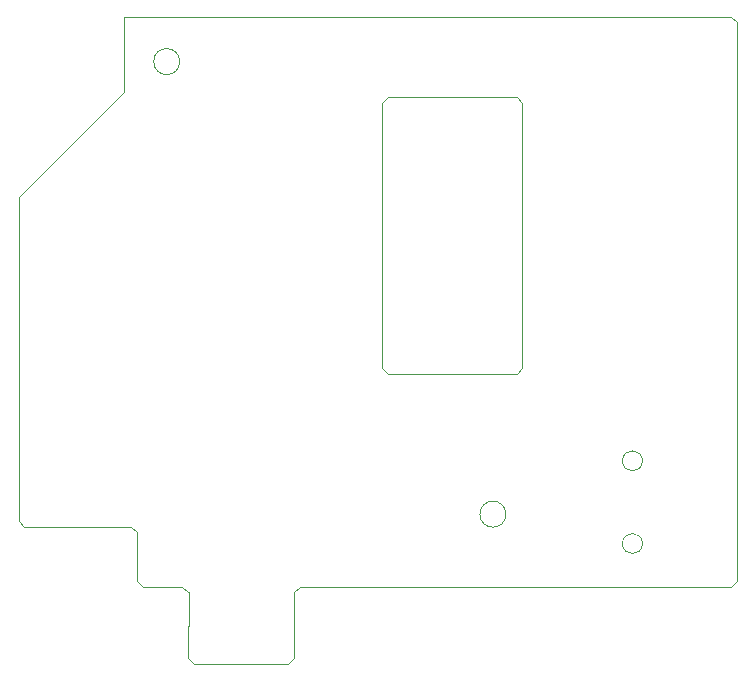
<source format=gbr>
G04 #@! TF.FileFunction,Profile,NP*
%FSLAX46Y46*%
G04 Gerber Fmt 4.6, Leading zero omitted, Abs format (unit mm)*
G04 Created by KiCad (PCBNEW (after 2015-may-01 BZR unknown)-product) date 2015/09/06 13:21:43*
%MOMM*%
G01*
G04 APERTURE LIST*
%ADD10C,0.100000*%
G04 APERTURE END LIST*
D10*
X149424200Y-125483700D02*
G75*
G03X149424200Y-125483700I-850000J0D01*
G01*
X149424200Y-118483700D02*
G75*
G03X149424200Y-118483700I-850000J0D01*
G01*
X127363220Y-110596680D02*
X127866140Y-111099600D01*
X105491280Y-80865980D02*
X156900880Y-80865980D01*
X137860700Y-122996400D02*
G75*
G03X137860700Y-122996400I-1100000J0D01*
G01*
X110240700Y-84676400D02*
G75*
G03X110240700Y-84676400I-1100000J0D01*
G01*
X138760700Y-111096400D02*
X127860700Y-111096400D01*
X139260700Y-110596400D02*
X138760700Y-111096400D01*
X139260700Y-88196400D02*
X139260700Y-110596400D01*
X138760700Y-87696400D02*
X139260700Y-88196400D01*
X127860700Y-87696400D02*
X138760700Y-87696400D01*
X127360700Y-88196400D02*
X127860700Y-87696400D01*
X127360700Y-110596400D02*
X127360700Y-88196400D01*
X157400700Y-81366400D02*
X156900700Y-80866400D01*
X157400700Y-128626400D02*
X157400700Y-81366400D01*
X156900700Y-129126400D02*
X157400700Y-128626400D01*
X120410700Y-129126400D02*
X156900700Y-129126400D01*
X119910700Y-129626400D02*
X120410700Y-129126400D01*
X119910700Y-135196400D02*
X119910700Y-129626400D01*
X119410700Y-135696400D02*
X119910700Y-135196400D01*
X111410700Y-135696400D02*
X119410700Y-135696400D01*
X110910700Y-135196400D02*
X111410700Y-135696400D01*
X110910700Y-132486400D02*
X110910700Y-135196400D01*
X111010700Y-132486400D02*
X110910700Y-132486400D01*
X111010700Y-129606400D02*
X111010700Y-132486400D01*
X110910700Y-129606400D02*
X111010700Y-129606400D01*
X110411100Y-129126400D02*
X110910700Y-129606400D01*
X107100700Y-129126400D02*
X110411100Y-129126400D01*
X106600700Y-128626400D02*
X107100700Y-129126400D01*
X106600700Y-124546400D02*
X106600700Y-128626400D01*
X106100700Y-124046400D02*
X106600700Y-124546400D01*
X97100700Y-124046400D02*
X106100700Y-124046400D01*
X96600700Y-123546400D02*
X97100700Y-124046400D01*
X96600700Y-96106400D02*
X96600700Y-123546400D01*
X105490700Y-87216400D02*
X96600700Y-96106400D01*
X105490700Y-80866400D02*
X105490700Y-87216400D01*
M02*

</source>
